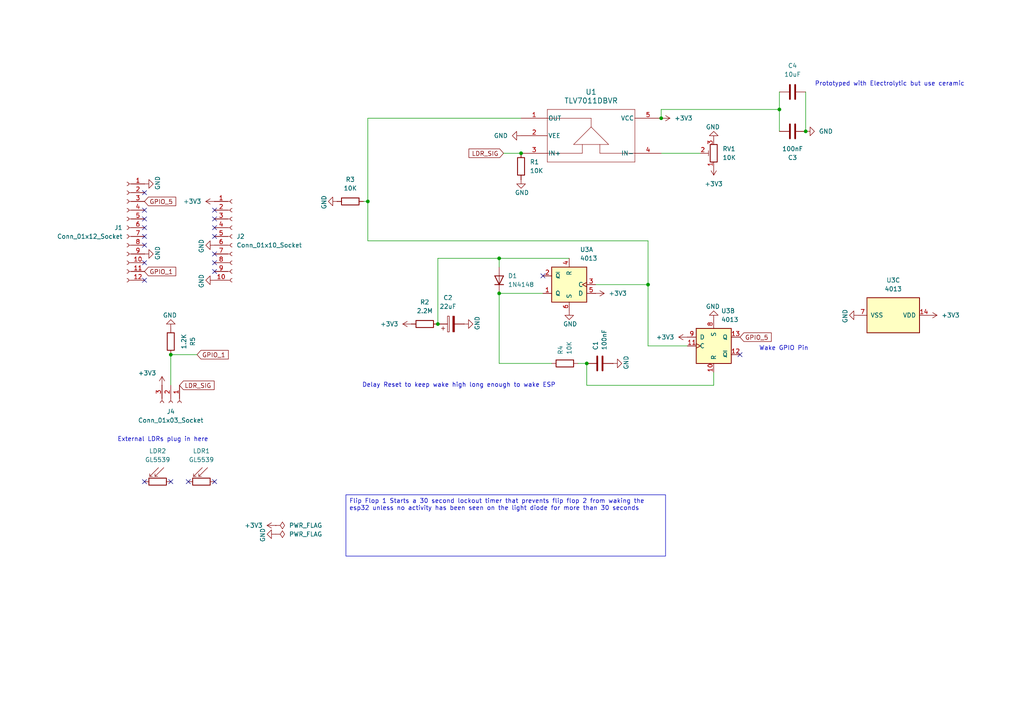
<source format=kicad_sch>
(kicad_sch (version 20250114) (generator "eeschema") (generator_version "9.0")
  (paper "A4")
  (title_block (title "M5Stamp C3 shield to wake on light detected"))
  (lib_symbols
    (symbol "4xxx:4013" (pin_names (offset 1.016))
      (property "Reference" "U" (at -7.62 8.89 0))
      (property "Value" "4013" (at -7.62 -8.89 0))
      (symbol "4013_1_1"
        (rectangle (start -5.08 5.08) (end 5.08 -5.08) (stroke (width 0.254)) (fill (type background)))
        (pin input line (at -7.62 2.54 0) (length 2.54) (name "D") (number "5"))
        (pin input clock (at -7.62 0 0) (length 2.54) (name "C") (number "3"))
        (pin input line (at 0 7.62 270) (length 2.54) (name "S") (number "6"))
        (pin input line (at 0 -7.62 90) (length 2.54) (name "R") (number "4"))
        (pin output line (at 7.62 2.54 180) (length 2.54) (name "Q") (number "1"))
        (pin output line (at 7.62 -2.54 180) (length 2.54) (name "~{Q}") (number "2"))
      )
      (symbol "4013_2_1"
        (rectangle (start -5.08 5.08) (end 5.08 -5.08) (stroke (width 0.254)) (fill (type background)))
        (pin input line (at -7.62 2.54 0) (length 2.54) (name "D") (number "9"))
        (pin input clock (at -7.62 0 0) (length 2.54) (name "C") (number "11"))
        (pin input line (at 0 7.62 270) (length 2.54) (name "S") (number "8"))
        (pin input line (at 0 -7.62 90) (length 2.54) (name "R") (number "10"))
        (pin output line (at 7.62 2.54 180) (length 2.54) (name "Q") (number "13"))
        (pin output line (at 7.62 -2.54 180) (length 2.54) (name "~{Q}") (number "12"))
      )
      (symbol "4013_3_0"
        (pin power_in line (at 0 10.16 270) (length 2.54) (name "VDD") (number "14"))
        (pin power_in line (at 0 -10.16 90) (length 2.54) (name "VSS") (number "7"))
      )
      (symbol "4013_3_1"
        (rectangle (start -5.08 7.62) (end 5.08 -7.62) (stroke (width 0.254)) (fill (type background)))
      )
    )
    (symbol "Connector:Conn_01x03_Socket" (pin_names (offset 1.016) (hide yes))
      (property "Reference" "J" (at 0 5.08 0))
      (property "Value" "Conn_01x03_Socket" (at 0 -5.08 0))
      (symbol "Conn_01x03_Socket_1_1"
        (polyline (pts (xy -1.27 2.54) (xy -0.508 2.54)) (stroke (width 0.1524)))
        (polyline (pts (xy -1.27 0) (xy -0.508 0)) (stroke (width 0.1524)))
        (polyline (pts (xy -1.27 -2.54) (xy -0.508 -2.54)) (stroke (width 0.1524)))
        (arc (start 0 2.032) (mid -0.5058 2.54) (end 0 3.048) (stroke (width 0.1524)))
        (arc (start 0 -0.508) (mid -0.5058 0) (end 0 0.508) (stroke (width 0.1524)))
        (arc (start 0 -3.048) (mid -0.5058 -2.54) (end 0 -2.032) (stroke (width 0.1524)))
        (pin passive line (at -5.08 2.54 0) (length 3.81) (name "Pin_1") (number "1"))
        (pin passive line (at -5.08 0 0) (length 3.81) (name "Pin_2") (number "2"))
        (pin passive line (at -5.08 -2.54 0) (length 3.81) (name "Pin_3") (number "3"))
      )
    )
    (symbol "Connector:Conn_01x10_Socket" (pin_names (offset 1.016) (hide yes))
      (property "Reference" "J" (at 0 12.7 0))
      (property "Value" "Conn_01x10_Socket" (at 0 -15.24 0))
      (symbol "Conn_01x10_Socket_1_1"
        (polyline (pts (xy -1.27 10.16) (xy -0.508 10.16)) (stroke (width 0.1524)))
        (polyline (pts (xy -1.27 7.62) (xy -0.508 7.62)) (stroke (width 0.1524)))
        (polyline (pts (xy -1.27 5.08) (xy -0.508 5.08)) (stroke (width 0.1524)))
        (polyline (pts (xy -1.27 2.54) (xy -0.508 2.54)) (stroke (width 0.1524)))
        (polyline (pts (xy -1.27 0) (xy -0.508 0)) (stroke (width 0.1524)))
        (polyline (pts (xy -1.27 -2.54) (xy -0.508 -2.54)) (stroke (width 0.1524)))
        (polyline (pts (xy -1.27 -5.08) (xy -0.508 -5.08)) (stroke (width 0.1524)))
        (polyline (pts (xy -1.27 -7.62) (xy -0.508 -7.62)) (stroke (width 0.1524)))
        (polyline (pts (xy -1.27 -10.16) (xy -0.508 -10.16)) (stroke (width 0.1524)))
        (polyline (pts (xy -1.27 -12.7) (xy -0.508 -12.7)) (stroke (width 0.1524)))
        (arc (start 0 9.652) (mid -0.5058 10.16) (end 0 10.668) (stroke (width 0.1524)))
        (arc (start 0 7.112) (mid -0.5058 7.62) (end 0 8.128) (stroke (width 0.1524)))
        (arc (start 0 4.572) (mid -0.5058 5.08) (end 0 5.588) (stroke (width 0.1524)))
        (arc (start 0 2.032) (mid -0.5058 2.54) (end 0 3.048) (stroke (width 0.1524)))
        (arc (start 0 -0.508) (mid -0.5058 0) (end 0 0.508) (stroke (width 0.1524)))
        (arc (start 0 -3.048) (mid -0.5058 -2.54) (end 0 -2.032) (stroke (width 0.1524)))
        (arc (start 0 -5.588) (mid -0.5058 -5.08) (end 0 -4.572) (stroke (width 0.1524)))
        (arc (start 0 -8.128) (mid -0.5058 -7.62) (end 0 -7.112) (stroke (width 0.1524)))
        (arc (start 0 -10.668) (mid -0.5058 -10.16) (end 0 -9.652) (stroke (width 0.1524)))
        (arc (start 0 -13.208) (mid -0.5058 -12.7) (end 0 -12.192) (stroke (width 0.1524)))
        (pin passive line (at -5.08 10.16 0) (length 3.81) (name "Pin_1") (number "1"))
        (pin passive line (at -5.08 7.62 0) (length 3.81) (name "Pin_2") (number "2"))
        (pin passive line (at -5.08 5.08 0) (length 3.81) (name "Pin_3") (number "3"))
        (pin passive line (at -5.08 2.54 0) (length 3.81) (name "Pin_4") (number "4"))
        (pin passive line (at -5.08 0 0) (length 3.81) (name "Pin_5") (number "5"))
        (pin passive line (at -5.08 -2.54 0) (length 3.81) (name "Pin_6") (number "6"))
        (pin passive line (at -5.08 -5.08 0) (length 3.81) (name "Pin_7") (number "7"))
        (pin passive line (at -5.08 -7.62 0) (length 3.81) (name "Pin_8") (number "8"))
        (pin passive line (at -5.08 -10.16 0) (length 3.81) (name "Pin_9") (number "9"))
        (pin passive line (at -5.08 -12.7 0) (length 3.81) (name "Pin_10") (number "10"))
      )
    )
    (symbol "Connector:Conn_01x12_Socket" (pin_names (offset 1.016) (hide yes))
      (property "Reference" "J" (at 0 15.24 0))
      (property "Value" "Conn_01x12_Socket" (at 0 -17.78 0))
      (symbol "Conn_01x12_Socket_1_1"
        (polyline (pts (xy -1.27 12.7) (xy -0.508 12.7)) (stroke (width 0.1524)))
        (polyline (pts (xy -1.27 10.16) (xy -0.508 10.16)) (stroke (width 0.1524)))
        (polyline (pts (xy -1.27 7.62) (xy -0.508 7.62)) (stroke (width 0.1524)))
        (polyline (pts (xy -1.27 5.08) (xy -0.508 5.08)) (stroke (width 0.1524)))
        (polyline (pts (xy -1.27 2.54) (xy -0.508 2.54)) (stroke (width 0.1524)))
        (polyline (pts (xy -1.27 0) (xy -0.508 0)) (stroke (width 0.1524)))
        (polyline (pts (xy -1.27 -2.54) (xy -0.508 -2.54)) (stroke (width 0.1524)))
        (polyline (pts (xy -1.27 -5.08) (xy -0.508 -5.08)) (stroke (width 0.1524)))
        (polyline (pts (xy -1.27 -7.62) (xy -0.508 -7.62)) (stroke (width 0.1524)))
        (polyline (pts (xy -1.27 -10.16) (xy -0.508 -10.16)) (stroke (width 0.1524)))
        (polyline (pts (xy -1.27 -12.7) (xy -0.508 -12.7)) (stroke (width 0.1524)))
        (polyline (pts (xy -1.27 -15.24) (xy -0.508 -15.24)) (stroke (width 0.1524)))
        (arc (start 0 12.192) (mid -0.5058 12.7) (end 0 13.208) (stroke (width 0.1524)))
        (arc (start 0 9.652) (mid -0.5058 10.16) (end 0 10.668) (stroke (width 0.1524)))
        (arc (start 0 7.112) (mid -0.5058 7.62) (end 0 8.128) (stroke (width 0.1524)))
        (arc (start 0 4.572) (mid -0.5058 5.08) (end 0 5.588) (stroke (width 0.1524)))
        (arc (start 0 2.032) (mid -0.5058 2.54) (end 0 3.048) (stroke (width 0.1524)))
        (arc (start 0 -0.508) (mid -0.5058 0) (end 0 0.508) (stroke (width 0.1524)))
        (arc (start 0 -3.048) (mid -0.5058 -2.54) (end 0 -2.032) (stroke (width 0.1524)))
        (arc (start 0 -5.588) (mid -0.5058 -5.08) (end 0 -4.572) (stroke (width 0.1524)))
        (arc (start 0 -8.128) (mid -0.5058 -7.62) (end 0 -7.112) (stroke (width 0.1524)))
        (arc (start 0 -10.668) (mid -0.5058 -10.16) (end 0 -9.652) (stroke (width 0.1524)))
        (arc (start 0 -13.208) (mid -0.5058 -12.7) (end 0 -12.192) (stroke (width 0.1524)))
        (arc (start 0 -15.748) (mid -0.5058 -15.24) (end 0 -14.732) (stroke (width 0.1524)))
        (pin passive line (at -5.08 12.7 0) (length 3.81) (name "Pin_1") (number "1"))
        (pin passive line (at -5.08 10.16 0) (length 3.81) (name "Pin_2") (number "2"))
        (pin passive line (at -5.08 7.62 0) (length 3.81) (name "Pin_3") (number "3"))
        (pin passive line (at -5.08 5.08 0) (length 3.81) (name "Pin_4") (number "4"))
        (pin passive line (at -5.08 2.54 0) (length 3.81) (name "Pin_5") (number "5"))
        (pin passive line (at -5.08 0 0) (length 3.81) (name "Pin_6") (number "6"))
        (pin passive line (at -5.08 -2.54 0) (length 3.81) (name "Pin_7") (number "7"))
        (pin passive line (at -5.08 -5.08 0) (length 3.81) (name "Pin_8") (number "8"))
        (pin passive line (at -5.08 -7.62 0) (length 3.81) (name "Pin_9") (number "9"))
        (pin passive line (at -5.08 -10.16 0) (length 3.81) (name "Pin_10") (number "10"))
        (pin passive line (at -5.08 -12.7 0) (length 3.81) (name "Pin_11") (number "11"))
        (pin passive line (at -5.08 -15.24 0) (length 3.81) (name "Pin_12") (number "12"))
      )
    )
    (symbol "Device:C" (pin_numbers (hide yes)) (pin_names (offset 0.254))
      (property "Reference" "C" (at 0.635 2.54 0))
      (property "Value" "C" (at 0.635 -2.54 0))
      (symbol "C_0_1"
        (polyline (pts (xy -2.032 0.762) (xy 2.032 0.762)) (stroke (width 0.508)))
        (polyline (pts (xy -2.032 -0.762) (xy 2.032 -0.762)) (stroke (width 0.508)))
      )
      (symbol "C_1_1"
        (pin passive line (at 0 3.81 270) (length 2.794) (name "~") (number "1"))
        (pin passive line (at 0 -3.81 90) (length 2.794) (name "~") (number "2"))
      )
    )
    (symbol "Device:C_Polarized" (pin_numbers (hide yes)) (pin_names (offset 0.254))
      (property "Reference" "C" (at 0.635 2.54 0))
      (property "Value" "C_Polarized" (at 0.635 -2.54 0))
      (symbol "C_Polarized_0_1"
        (rectangle (start -2.286 0.508) (end 2.286 1.016))
        (polyline (pts (xy -1.778 2.286) (xy -0.762 2.286)))
        (polyline (pts (xy -1.27 2.794) (xy -1.27 1.778)))
        (rectangle (start 2.286 -0.508) (end -2.286 -1.016) (fill (type outline)))
      )
      (symbol "C_Polarized_1_1"
        (pin passive line (at 0 3.81 270) (length 2.794) (name "~") (number "1"))
        (pin passive line (at 0 -3.81 90) (length 2.794) (name "~") (number "2"))
      )
    )
    (symbol "Device:R" (pin_numbers (hide yes)) (pin_names (offset 0))
      (property "Reference" "R" (at 2.032 0 90))
      (property "Value" "R" (at 0 0 90))
      (symbol "R_0_1"
        (rectangle (start -1.016 -2.54) (end 1.016 2.54) (stroke (width 0.254)))
      )
      (symbol "R_1_1"
        (pin passive line (at 0 3.81 270) (length 1.27) (name "~") (number "1"))
        (pin passive line (at 0 -3.81 90) (length 1.27) (name "~") (number "2"))
      )
    )
    (symbol "Device:R_Potentiometer_Trim" (pin_names (offset 1.016) (hide yes))
      (property "Reference" "RV" (at -4.445 0 90))
      (property "Value" "R_Potentiometer_Trim" (at -2.54 0 90))
      (symbol "R_Potentiometer_Trim_0_1"
        (rectangle (start 1.016 2.54) (end -1.016 -2.54) (stroke (width 0.254)))
        (polyline (pts (xy 1.524 0.762) (xy 1.524 -0.762)))
        (polyline (pts (xy 2.54 0) (xy 1.524 0)))
      )
      (symbol "R_Potentiometer_Trim_1_1"
        (pin passive line (at 0 3.81 270) (length 1.27) (name "1") (number "1"))
        (pin passive line (at 0 -3.81 90) (length 1.27) (name "3") (number "3"))
        (pin passive line (at 3.81 0 180) (length 1.27) (name "2") (number "2"))
      )
    )
    (symbol "Diode:1N4148" (pin_numbers (hide yes)) (pin_names (hide yes))
      (property "Reference" "D" (at 0 2.54 0))
      (property "Value" "1N4148" (at 0 -2.54 0))
      (symbol "1N4148_0_1"
        (polyline (pts (xy -1.27 1.27) (xy -1.27 -1.27)) (stroke (width 0.254)))
        (polyline (pts (xy 1.27 1.27) (xy 1.27 -1.27) (xy -1.27 0) (xy 1.27 1.27)) (stroke (width 0.254)))
        (polyline (pts (xy 1.27 0) (xy -1.27 0)))
      )
      (symbol "1N4148_1_1"
        (pin passive line (at -3.81 0 0) (length 2.54) (name "K") (number "1"))
        (pin passive line (at 3.81 0 180) (length 2.54) (name "A") (number "2"))
      )
    )
    (symbol "Sensor_Optical:VT93xx" (pin_numbers (hide yes)) (pin_names (offset 0))
      (property "Reference" "R" (at -5.08 0 90))
      (property "Value" "VT93xx" (at 1.905 0 90))
      (symbol "VT93xx_0_1"
        (polyline (pts (xy -1.524 -0.762) (xy -4.064 1.778)))
        (polyline (pts (xy -1.524 -0.762) (xy -2.286 -0.762)))
        (polyline (pts (xy -1.524 -0.762) (xy -1.524 0)))
        (polyline (pts (xy -1.524 -2.286) (xy -4.064 0.254)))
        (polyline (pts (xy -1.524 -2.286) (xy -2.286 -2.286)))
        (polyline (pts (xy -1.524 -2.286) (xy -1.524 -1.524)))
        (rectangle (start -1.016 2.54) (end 1.016 -2.54) (stroke (width 0.254)))
      )
      (symbol "VT93xx_1_1"
        (pin passive line (at 0 3.81 270) (length 1.27) (name "~") (number "1"))
        (pin passive line (at 0 -3.81 90) (length 1.27) (name "~") (number "2"))
      )
    )
    (symbol "TLV7011DBVR:TLV7011DBVR" (pin_names (offset 0.254))
      (property "Reference" "U" (at 20.32 7.62 0))
      (property "Value" "TLV7011DBVR" (at 20.32 5.08 0))
      (symbol "TLV7011DBVR_0_1"
        (polyline (pts (xy 7.62 2.54) (xy 7.62 -12.7)) (stroke (width 0.127)))
        (polyline (pts (xy 7.62 0) (xy 20.32 0)) (stroke (width 0.127)))
        (polyline (pts (xy 7.62 -10.16) (xy 17.78 -10.16)) (stroke (width 0.127)))
        (polyline (pts (xy 7.62 -12.7) (xy 33.02 -12.7)) (stroke (width 0.127)))
        (polyline (pts (xy 15.24 -7.62) (xy 25.4 -7.62)) (stroke (width 0.127)))
        (polyline (pts (xy 17.78 -7.62) (xy 17.78 -10.16)) (stroke (width 0.127)))
        (polyline (pts (xy 20.32 0) (xy 20.32 -2.54)) (stroke (width 0.127)))
        (polyline (pts (xy 20.32 -2.54) (xy 15.24 -7.62)) (stroke (width 0.127)))
        (polyline (pts (xy 22.86 -10.16) (xy 22.86 -7.62)) (stroke (width 0.127)))
        (polyline (pts (xy 22.86 -10.16) (xy 33.02 -10.16)) (stroke (width 0.127)))
        (polyline (pts (xy 25.4 -7.62) (xy 20.32 -2.54)) (stroke (width 0.127)))
        (polyline (pts (xy 33.02 2.54) (xy 7.62 2.54)) (stroke (width 0.127)))
        (polyline (pts (xy 33.02 -12.7) (xy 33.02 2.54)) (stroke (width 0.127)))
        (pin output line (at 0 0 0) (length 7.62) (name "OUT") (number "1"))
        (pin power_in line (at 0 -5.08 0) (length 7.62) (name "VEE") (number "2"))
        (pin input line (at 0 -10.16 0) (length 7.62) (name "IN+") (number "3"))
        (pin power_in line (at 40.64 0 180) (length 7.62) (name "VCC") (number "5"))
        (pin input line (at 40.64 -10.16 180) (length 7.62) (name "IN-") (number "4"))
      )
    )
    (symbol "power:+3V3" (power) (pin_numbers (hide yes)) (pin_names (offset 0) (hide yes))
      (property "Value" "+3V3" (at 0 3.556 0))
      (symbol "+3V3_0_1"
        (polyline (pts (xy -0.762 1.27) (xy 0 2.54)))
        (polyline (pts (xy 0 2.54) (xy 0.762 1.27)))
        (polyline (pts (xy 0 0) (xy 0 2.54)))
      )
      (symbol "+3V3_1_1"
        (pin power_in line (at 0 0 90) (length 0) (name "~") (number "1"))
      )
    )
    (symbol "power:GND" (power) (pin_numbers (hide yes)) (pin_names (offset 0) (hide yes))
      (property "Value" "GND" (at 0 -3.81 0))
      (symbol "GND_0_1"
        (polyline (pts (xy 0 0) (xy 0 -1.27) (xy 1.27 -1.27) (xy 0 -2.54) (xy -1.27 -1.27) (xy 0 -1.27)))
      )
      (symbol "GND_1_1"
        (pin power_in line (at 0 0 270) (length 0) (name "~") (number "1"))
      )
    )
    (symbol "power:PWR_FLAG" (power) (pin_numbers (hide yes)) (pin_names (offset 0) (hide yes))
      (property "Value" "PWR_FLAG" (at 0 3.81 0))
      (symbol "PWR_FLAG_0_0"
        (pin power_out line (at 0 0 90) (length 0) (name "~") (number "1"))
      )
      (symbol "PWR_FLAG_0_1"
        (polyline (pts (xy 0 0) (xy 0 1.27) (xy -1.016 1.905) (xy 0 2.54) (xy 1.016 1.905) (xy 0 1.27)))
      )
    )
  )
  (text "External LDRs plug in here\n" (at 47.244 127.508 0) (effects (font (size 1.27 1.27))))
  (text "Delay Reset to keep wake high long enough to wake ESP\n" (at 133.096 111.76 0) (effects (font (size 1.27 1.27))))
  (text "Wake GPIO Pin" (at 227.33 101.092 0) (effects (font (size 1.27 1.27))))
  (text "Prototyped with Electrolytic but use ceramic" (at 258.064 24.384 0) (effects (font (size 1.27 1.27))))
  (text_box "Flip Flop 1 Starts a 30 second lockout timer that prevents flip flop 2 from waking the esp32 unless no activity has been seen on the light diode for more than 30 seconds\n" (at 100.33 143.51 0) (size 92.71 17.78) (margins 0.9525 0.9525 0.9525 0.9525) (effects (font (size 1.27 1.27)) (justify left top)))
  (junction (at 49.53 102.87))
  (junction (at 170.18 105.41))
  (junction (at 233.68 38.1))
  (junction (at 226.06 31.75))
  (junction (at 191.77 34.29))
  (junction (at 127 93.98))
  (junction (at 187.96 82.55))
  (junction (at 151.13 44.45))
  (junction (at 144.78 74.93))
  (junction (at 144.78 85.09))
  (junction (at 106.68 58.42))
  (no_connect (at 41.91 139.7))
  (no_connect (at 41.91 60.96))
  (no_connect (at 49.53 139.7))
  (no_connect (at 157.48 80.01))
  (no_connect (at 62.23 73.66))
  (no_connect (at 62.23 66.04))
  (no_connect (at 62.23 139.7))
  (no_connect (at 54.61 139.7))
  (no_connect (at 214.63 102.87))
  (no_connect (at 62.23 60.96))
  (no_connect (at 41.91 63.5))
  (no_connect (at 41.91 55.88))
  (no_connect (at 62.23 76.2))
  (no_connect (at 41.91 66.04))
  (no_connect (at 62.23 68.58))
  (no_connect (at 41.91 71.12))
  (no_connect (at 41.91 68.58))
  (no_connect (at 41.91 81.28))
  (no_connect (at 62.23 63.5))
  (no_connect (at 62.23 78.74))
  (no_connect (at 41.91 76.2))
  (wire (pts (xy 170.18 111.76) (xy 170.18 105.41)))
  (wire (pts (xy 127 74.93) (xy 144.78 74.93)))
  (wire (pts (xy 144.78 85.09) (xy 144.78 105.41)))
  (wire (pts (xy 191.77 31.75) (xy 226.06 31.75)))
  (wire (pts (xy 105.41 58.42) (xy 106.68 58.42)))
  (wire (pts (xy 144.78 74.93) (xy 144.78 77.47)))
  (wire (pts (xy 106.68 69.85) (xy 187.96 69.85)))
  (wire (pts (xy 106.68 34.29) (xy 151.13 34.29)))
  (wire (pts (xy 207.01 107.95) (xy 207.01 111.76)))
  (wire (pts (xy 157.48 85.09) (xy 144.78 85.09)))
  (wire (pts (xy 199.39 100.33) (xy 187.96 100.33)))
  (wire (pts (xy 146.05 44.45) (xy 151.13 44.45)))
  (wire (pts (xy 170.18 111.76) (xy 207.01 111.76)))
  (wire (pts (xy 233.68 38.1) (xy 233.68 26.67)))
  (wire (pts (xy 226.06 38.1) (xy 226.06 31.75)))
  (wire (pts (xy 170.18 105.41) (xy 167.64 105.41)))
  (wire (pts (xy 49.53 102.87) (xy 49.53 111.76)))
  (wire (pts (xy 187.96 82.55) (xy 187.96 100.33)))
  (wire (pts (xy 49.53 102.87) (xy 57.15 102.87)))
  (wire (pts (xy 191.77 34.29) (xy 191.77 31.75)))
  (wire (pts (xy 127 74.93) (xy 127 93.98)))
  (wire (pts (xy 187.96 69.85) (xy 187.96 82.55)))
  (wire (pts (xy 144.78 105.41) (xy 160.02 105.41)))
  (wire (pts (xy 226.06 31.75) (xy 226.06 26.67)))
  (wire (pts (xy 203.2 44.45) (xy 191.77 44.45)))
  (wire (pts (xy 172.72 82.55) (xy 187.96 82.55)))
  (wire (pts (xy 106.68 34.29) (xy 106.68 58.42)))
  (wire (pts (xy 144.78 74.93) (xy 165.1 74.93)))
  (wire (pts (xy 106.68 58.42) (xy 106.68 69.85)))
  (global_label "LDR_SIG" (shape input) (at 52.07 111.76 0) (property "Intersheetrefs" "${INTERSHEET_REFS}" (effects (hide yes))))
  (global_label "GPIO_5" (shape input) (at 214.63 97.79 0) (property "Intersheetrefs" "${INTERSHEET_REFS}" (effects (hide yes))))
  (global_label "GPIO_1" (shape input) (at 57.15 102.87 0) (property "Intersheetrefs" "${INTERSHEET_REFS}" (effects (hide yes))))
  (global_label "LDR_SIG" (shape input) (at 146.05 44.45 180) (property "Intersheetrefs" "${INTERSHEET_REFS}" (effects (hide yes))))
  (global_label "GPIO_5" (shape input) (at 41.91 58.42 0) (property "Intersheetrefs" "${INTERSHEET_REFS}" (effects (hide yes))))
  (global_label "GPIO_1" (shape input) (at 41.91 78.74 0) (property "Intersheetrefs" "${INTERSHEET_REFS}" (effects (hide yes))))
  (symbol (lib_id "Device:R_Potentiometer_Trim") (at 207.01 44.45 180) (unit 1)
    (property "Reference" "RV1" (at 209.55 43.1799 0) (effects (justify right)))
    (property "Value" "10K" (at 209.55 45.7199 0) (effects (justify right)))
    (property "Footprint" "Potentiometer_SMD:Potentiometer_Bourns_3214J_Horizontal" (effects (hide yes)))
    (property "Description" "Trim-potentiometer" (effects (hide yes)))
    (property "Sim.Device" "R" (effects (hide yes)))
    (property "Sim.Type" "POT" (effects (hide yes)))
    (property "Sim.Pins" "1=r0 2=wiper 3=r1" (effects (hide yes)))
    (property "Sim.Params" "r=\"\"" (effects (hide yes)))
  )
  (symbol (lib_id "Connector:Conn_01x03_Socket") (at 49.53 116.84 270) (unit 1)
    (property "Reference" "J4" (at 49.53 119.38 90))
    (property "Value" "Conn_01x03_Socket" (at 49.53 121.92 90))
    (property "Footprint" "Connector_JST:JST_PH_S3B-PH-K_1x03_P2.00mm_Horizontal" (effects (hide yes)))
    (property "Description" "Generic connector, single row, 01x03, script generated" (effects (hide yes)))
  )
  (symbol (lib_id "power:GND") (at 62.23 81.28 270) (unit 1)
    (property "Reference" "#PWR016" (effects (hide yes)))
    (property "Value" "GND" (at 58.42 81.534 0))
    (property "Description" "Power symbol creates a global label with name \"GND\" , ground" (effects (hide yes)))
  )
  (symbol (lib_id "TLV7011DBVR:TLV7011DBVR") (at 151.13 34.29 0) (unit 1)
    (property "Reference" "U1" (at 171.45 26.67 0) (effects (font (size 1.524 1.524))))
    (property "Value" "TLV7011DBVR" (at 171.45 29.21 0) (effects (font (size 1.524 1.524))))
    (property "Footprint" "TLV7011DBVR:SOT_1DBVR_TEX" (effects (hide yes)))
    (property "Datasheet" "TLV7011DBVR" (effects (hide yes)))
  )
  (symbol (lib_id "power:GND") (at 151.13 52.07 0) (unit 1)
    (property "Reference" "#PWR05" (effects (hide yes)))
    (property "Value" "GND" (at 151.384 55.88 0))
    (property "Description" "Power symbol creates a global label with name \"GND\" , ground" (effects (hide yes)))
  )
  (symbol (lib_id "power:+3V3") (at 62.23 58.42 90) (unit 1)
    (property "Reference" "#PWR023" (effects (hide yes)))
    (property "Value" "+3V3" (at 58.42 58.4199 90) (effects (justify left)))
    (property "Description" "Power symbol creates a global label with name \"+3V3\"" (effects (hide yes)))
  )
  (symbol (lib_id "power:GND") (at 233.68 38.1 90) (unit 1)
    (property "Reference" "#PWR08" (effects (hide yes)))
    (property "Value" "GND" (at 237.49 38.1001 90) (effects (justify right)))
    (property "Description" "Power symbol creates a global label with name \"GND\" , ground" (effects (hide yes)))
  )
  (symbol (lib_id "power:GND") (at 165.1 90.17 0) (unit 1)
    (property "Reference" "#PWR028" (effects (hide yes)))
    (property "Value" "GND" (at 165.354 93.98 0))
    (property "Description" "Power symbol creates a global label with name \"GND\" , ground" (effects (hide yes)))
  )
  (symbol (lib_id "power:GND") (at 207.01 40.64 180) (unit 1)
    (property "Reference" "#PWR04" (effects (hide yes)))
    (property "Value" "GND" (at 206.756 36.83 0))
    (property "Description" "Power symbol creates a global label with name \"GND\" , ground" (effects (hide yes)))
  )
  (symbol (lib_id "Diode:1N4148") (at 144.78 81.28 90) (unit 1)
    (property "Reference" "D1" (at 147.32 80.0099 90) (effects (justify right)))
    (property "Value" "1N4148" (at 147.32 82.5499 90) (effects (justify right)))
    (property "Footprint" "Diode_SMD:D_SOD-123F" (effects (hide yes)))
    (property "Datasheet" "https://assets.nexperia.com/documents/data-sheet/1N4148_1N4448.pdf" (effects (hide yes)))
    (property "Description" "100V 0.15A standard switching diode, DO-35" (effects (hide yes)))
    (property "Sim.Device" "D" (effects (hide yes)))
    (property "Sim.Pins" "1=K 2=A" (effects (hide yes)))
  )
  (symbol (lib_id "Device:R") (at 123.19 93.98 270) (unit 1)
    (property "Reference" "R2" (at 123.19 87.63 90))
    (property "Value" "2.2M" (at 123.19 90.17 90))
    (property "Footprint" "Resistor_SMD:R_0805_2012Metric" (effects (hide yes)))
    (property "Description" "Resistor" (effects (hide yes)))
  )
  (symbol (lib_id "power:GND") (at 41.91 53.34 90) (unit 1)
    (property "Reference" "#PWR015" (effects (hide yes)))
    (property "Value" "GND" (at 45.72 53.086 0))
    (property "Description" "Power symbol creates a global label with name \"GND\" , ground" (effects (hide yes)))
  )
  (symbol (lib_id "power:GND") (at 134.62 93.98 90) (unit 1)
    (property "Reference" "#PWR013" (effects (hide yes)))
    (property "Value" "GND" (at 138.43 93.726 0))
    (property "Description" "Power symbol creates a global label with name \"GND\" , ground" (effects (hide yes)))
  )
  (symbol (lib_id "power:GND") (at 97.79 58.42 270) (unit 1)
    (property "Reference" "#PWR010" (effects (hide yes)))
    (property "Value" "GND" (at 93.98 58.674 0))
    (property "Description" "Power symbol creates a global label with name \"GND\" , ground" (effects (hide yes)))
  )
  (symbol (lib_id "power:GND") (at 80.01 154.94 270) (unit 1)
    (property "Reference" "#PWR07" (effects (hide yes)))
    (property "Value" "GND" (at 76.2 155.194 0))
    (property "Description" "Power symbol creates a global label with name \"GND\" , ground" (effects (hide yes)))
  )
  (symbol (lib_id "Connector:Conn_01x12_Socket") (at 36.83 66.04 0) (mirror y) (unit 1)
    (property "Reference" "J1" (at 35.56 66.0399 0) (effects (justify left)))
    (property "Value" "Conn_01x12_Socket" (at 35.56 68.5799 0) (effects (justify left)))
    (property "Footprint" "Connector_PinSocket_2.54mm:PinSocket_1x12_P2.54mm_Vertical" (effects (hide yes)))
    (property "Description" "Generic connector, single row, 01x12, script generated" (effects (hide yes)))
  )
  (symbol (lib_id "Device:C_Polarized") (at 130.81 93.98 90) (unit 1)
    (property "Reference" "C2" (at 129.921 86.36 90))
    (property "Value" "22uF" (at 129.921 88.9 90))
    (property "Footprint" "Capacitor_Tantalum_SMD:CP_EIA-3216-18_Kemet-A" (effects (hide yes)))
    (property "Description" "Polarized capacitor" (effects (hide yes)))
  )
  (symbol (lib_id "Sensor_Optical:VT93xx") (at 58.42 139.7 270) (unit 1) (on_board no)
    (property "Reference" "LDR1" (at 58.42 130.81 90))
    (property "Value" "GL5539" (at 58.42 133.35 90))
    (property "Footprint" "OptoDevice:R_LDR_4.9x4.2mm_P2.54mm_Vertical" (effects (hide yes)))
    (property "Datasheet" "https://docs.pedalpcb.com/datasheet/GL55.pdf" (effects (hide yes)))
    (property "Description" "light dependent resistor" (effects (hide yes)))
  )
  (symbol (lib_id "Connector:Conn_01x10_Socket") (at 67.31 68.58 0) (unit 1)
    (property "Reference" "J2" (at 68.58 68.5799 0) (effects (justify left)))
    (property "Value" "Conn_01x10_Socket" (at 68.58 71.1199 0) (effects (justify left)))
    (property "Footprint" "Connector_PinSocket_2.54mm:PinSocket_1x10_P2.54mm_Vertical" (effects (hide yes)))
    (property "Description" "Generic connector, single row, 01x10, script generated" (effects (hide yes)))
  )
  (symbol (lib_id "power:GND") (at 49.53 95.25 180) (unit 1)
    (property "Reference" "#PWR020" (effects (hide yes)))
    (property "Value" "GND" (at 49.276 91.44 0))
    (property "Description" "Power symbol creates a global label with name \"GND\" , ground" (effects (hide yes)))
  )
  (symbol (lib_id "power:+3V3") (at 269.24 91.44 270) (unit 1)
    (property "Reference" "#PWR024" (effects (hide yes)))
    (property "Value" "+3V3" (at 273.05 91.4399 90) (effects (justify left)))
    (property "Description" "Power symbol creates a global label with name \"+3V3\"" (effects (hide yes)))
  )
  (symbol (lib_id "Device:C") (at 229.87 38.1 90) (unit 1)
    (property "Reference" "C3" (at 229.87 45.72 90))
    (property "Value" "100nF" (at 229.87 43.18 90))
    (property "Footprint" "Capacitor_SMD:C_0805_2012Metric" (effects (hide yes)))
    (property "Description" "Unpolarized capacitor" (effects (hide yes)))
  )
  (symbol (lib_id "power:+3V3") (at 46.99 111.76 0) (unit 1)
    (property "Reference" "#PWR029" (effects (hide yes)))
    (property "Value" "+3V3" (at 42.672 108.204 0))
    (property "Description" "Power symbol creates a global label with name \"+3V3\"" (effects (hide yes)))
  )
  (symbol (lib_id "power:PWR_FLAG") (at 80.01 152.4 270) (unit 1)
    (property "Reference" "#FLG01" (effects (hide yes)))
    (property "Value" "PWR_FLAG" (at 83.82 152.3999 90) (effects (justify left)))
    (property "Description" "Special symbol for telling ERC where power comes from" (effects (hide yes)))
  )
  (symbol (lib_id "power:GND") (at 177.8 105.41 90) (unit 1)
    (property "Reference" "#PWR021" (effects (hide yes)))
    (property "Value" "GND" (at 181.61 105.156 0))
    (property "Description" "Power symbol creates a global label with name \"GND\" , ground" (effects (hide yes)))
  )
  (symbol (lib_id "power:GND") (at 151.13 39.37 270) (unit 1)
    (property "Reference" "#PWR01" (effects (hide yes)))
    (property "Value" "GND" (at 147.32 39.3699 90) (effects (justify right)))
    (property "Description" "Power symbol creates a global label with name \"GND\" , ground" (effects (hide yes)))
  )
  (symbol (lib_id "power:+3V3") (at 119.38 93.98 90) (unit 1)
    (property "Reference" "#PWR012" (effects (hide yes)))
    (property "Value" "+3V3" (at 115.57 93.9799 90) (effects (justify left)))
    (property "Description" "Power symbol creates a global label with name \"+3V3\"" (effects (hide yes)))
  )
  (symbol (lib_id "Device:R") (at 163.83 105.41 270) (unit 1)
    (property "Reference" "R4" (at 162.5599 102.87 0) (effects (justify right)))
    (property "Value" "10K" (at 165.0999 102.87 0) (effects (justify right)))
    (property "Footprint" "Resistor_SMD:R_0805_2012Metric" (effects (hide yes)))
    (property "Description" "Resistor" (effects (hide yes)))
  )
  (symbol (lib_id "Device:C") (at 229.87 26.67 270) (unit 1)
    (property "Reference" "C4" (at 229.87 19.05 90))
    (property "Value" "10uF" (at 229.87 21.59 90))
    (property "Footprint" "Capacitor_SMD:C_0805_2012Metric" (effects (hide yes)))
    (property "Description" "Unpolarized capacitor" (effects (hide yes)))
  )
  (symbol (lib_id "power:+3V3") (at 191.77 34.29 270) (unit 1)
    (property "Reference" "#PWR02" (effects (hide yes)))
    (property "Value" "+3V3" (at 195.58 34.2899 90) (effects (justify left)))
    (property "Description" "Power symbol creates a global label with name \"+3V3\"" (effects (hide yes)))
  )
  (symbol (lib_id "power:+3V3") (at 207.01 48.26 180) (unit 1)
    (property "Reference" "#PWR03" (effects (hide yes)))
    (property "Value" "+3V3" (at 207.01 53.34 0))
    (property "Description" "Power symbol creates a global label with name \"+3V3\"" (effects (hide yes)))
  )
  (symbol (lib_id "power:+3V3") (at 199.39 97.79 90) (unit 1)
    (property "Reference" "#PWR025" (effects (hide yes)))
    (property "Value" "+3V3" (at 195.58 97.7899 90) (effects (justify left)))
    (property "Description" "Power symbol creates a global label with name \"+3V3\"" (effects (hide yes)))
  )
  (symbol (lib_id "Device:R") (at 151.13 48.26 180) (unit 1)
    (property "Reference" "R1" (at 153.67 46.9899 0) (effects (justify right)))
    (property "Value" "10K" (at 153.67 49.5299 0) (effects (justify right)))
    (property "Footprint" "Resistor_SMD:R_0805_2012Metric" (effects (hide yes)))
    (property "Description" "Resistor" (effects (hide yes)))
  )
  (symbol (lib_id "Device:R") (at 101.6 58.42 270) (unit 1)
    (property "Reference" "R3" (at 101.6 52.07 90))
    (property "Value" "10K" (at 101.6 54.61 90))
    (property "Footprint" "Resistor_SMD:R_0805_2012Metric" (effects (hide yes)))
    (property "Description" "Resistor" (effects (hide yes)))
  )
  (symbol (lib_id "power:GND") (at 207.01 92.71 180) (unit 1)
    (property "Reference" "#PWR026" (effects (hide yes)))
    (property "Value" "GND" (at 206.756 88.9 0))
    (property "Description" "Power symbol creates a global label with name \"GND\" , ground" (effects (hide yes)))
  )
  (symbol (lib_id "Device:C") (at 173.99 105.41 90) (unit 1)
    (property "Reference" "C1" (at 172.7199 101.6 0) (effects (justify left)))
    (property "Value" "100nF" (at 175.2599 101.6 0) (effects (justify left)))
    (property "Footprint" "Capacitor_SMD:C_0805_2012Metric" (effects (hide yes)))
    (property "Description" "Unpolarized capacitor" (effects (hide yes)))
  )
  (symbol (lib_id "power:GND") (at 41.91 73.66 90) (unit 1)
    (property "Reference" "#PWR019" (effects (hide yes)))
    (property "Value" "GND" (at 45.72 73.406 0))
    (property "Description" "Power symbol creates a global label with name \"GND\" , ground" (effects (hide yes)))
  )
  (symbol (lib_id "Device:R") (at 49.53 99.06 180) (unit 1)
    (property "Reference" "R5" (at 55.88 99.06 90))
    (property "Value" "1.2K" (at 53.34 99.06 90))
    (property "Footprint" "Resistor_SMD:R_0805_2012Metric" (effects (hide yes)))
    (property "Description" "Resistor" (effects (hide yes)))
  )
  (symbol (lib_id "power:GND") (at 62.23 71.12 270) (unit 1)
    (property "Reference" "#PWR018" (effects (hide yes)))
    (property "Value" "GND" (at 58.42 71.374 0))
    (property "Description" "Power symbol creates a global label with name \"GND\" , ground" (effects (hide yes)))
  )
  (symbol (lib_id "4xxx:4013") (at 165.1 82.55 180) (unit 1)
    (property "Reference" "U3" (at 168.2181 72.39 0) (effects (justify right)))
    (property "Value" "4013" (at 168.2181 74.93 0) (effects (justify right)))
    (property "Footprint" "Package_SO:TSSOP-14_4.4x5mm_P0.65mm" (effects (hide yes)))
    (property "Datasheet" "http://www.onsemi.com/pub/Collateral/MC14013B-D.PDF" (effects (hide yes)))
    (property "Description" "Dual D  FlipFlop, Set & reset" (effects (hide yes)))
  )
  (symbol (lib_id "power:+3V3") (at 80.01 152.4 90) (unit 1)
    (property "Reference" "#PWR06" (effects (hide yes)))
    (property "Value" "+3V3" (at 76.2 152.3999 90) (effects (justify left)))
    (property "Description" "Power symbol creates a global label with name \"+3V3\"" (effects (hide yes)))
  )
  (symbol (lib_id "power:GND") (at 248.92 91.44 270) (unit 1)
    (property "Reference" "#PWR09" (effects (hide yes)))
    (property "Value" "GND" (at 245.11 91.694 0))
    (property "Description" "Power symbol creates a global label with name \"GND\" , ground" (effects (hide yes)))
  )
  (symbol (lib_id "power:+3V3") (at 172.72 85.09 270) (unit 1)
    (property "Reference" "#PWR027" (effects (hide yes)))
    (property "Value" "+3V3" (at 176.53 85.0899 90) (effects (justify left)))
    (property "Description" "Power symbol creates a global label with name \"+3V3\"" (effects (hide yes)))
  )
  (symbol (lib_id "4xxx:4013") (at 259.08 91.44 270) (unit 3)
    (property "Reference" "U3" (at 259.08 81.28 90))
    (property "Value" "4013" (at 259.08 83.82 90))
    (property "Footprint" "Package_SO:TSSOP-14_4.4x5mm_P0.65mm" (effects (hide yes)))
    (property "Datasheet" "http://www.onsemi.com/pub/Collateral/MC14013B-D.PDF" (effects (hide yes)))
    (property "Description" "Dual D  FlipFlop, Set & reset" (effects (hide yes)))
  )
  (symbol (lib_id "power:PWR_FLAG") (at 80.01 154.94 270) (unit 1)
    (property "Reference" "#FLG02" (effects (hide yes)))
    (property "Value" "PWR_FLAG" (at 83.82 154.9399 90) (effects (justify left)))
    (property "Description" "Special symbol for telling ERC where power comes from" (effects (hide yes)))
  )
  (symbol (lib_id "Sensor_Optical:VT93xx") (at 45.72 139.7 270) (unit 1) (on_board no)
    (property "Reference" "LDR2" (at 45.72 130.81 90))
    (property "Value" "GL5539" (at 45.72 133.35 90))
    (property "Footprint" "OptoDevice:R_LDR_4.9x4.2mm_P2.54mm_Vertical" (effects (hide yes)))
    (property "Datasheet" "https://docs.pedalpcb.com/datasheet/GL55.pdf" (effects (hide yes)))
    (property "Description" "light dependent resistor" (effects (hide yes)))
  )
  (symbol (lib_id "4xxx:4013") (at 207.01 100.33 0) (unit 2)
    (property "Reference" "U3" (at 209.1533 90.17 0) (effects (justify left)))
    (property "Value" "4013" (at 209.1533 92.71 0) (effects (justify left)))
    (property "Footprint" "Package_SO:TSSOP-14_4.4x5mm_P0.65mm" (effects (hide yes)))
    (property "Datasheet" "http://www.onsemi.com/pub/Collateral/MC14013B-D.PDF" (effects (hide yes)))
    (property "Description" "Dual D  FlipFlop, Set & reset" (effects (hide yes)))
  )
)
</source>
